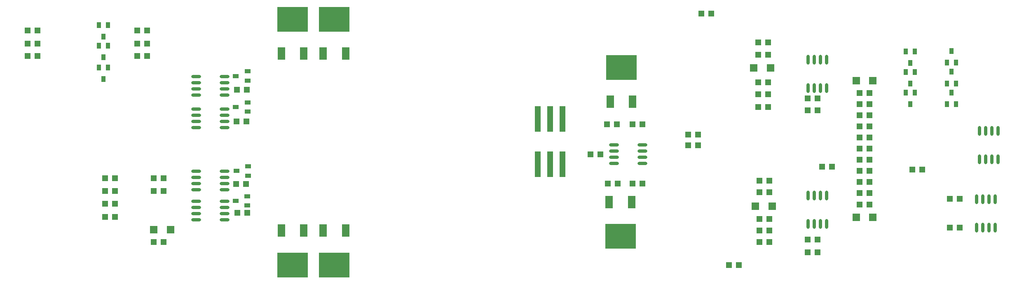
<source format=gtp>
G04 Layer_Color=8421504*
%FSLAX25Y25*%
%MOIN*%
G70*
G01*
G75*
%ADD11R,0.05000X0.21063*%
%ADD12R,0.05906X0.09843*%
%ADD13R,0.25000X0.20000*%
%ADD14O,0.08000X0.02400*%
%ADD15R,0.06000X0.06000*%
%ADD16R,0.05000X0.05000*%
%ADD17R,0.03800X0.04500*%
%ADD18O,0.02400X0.08000*%
%ADD19R,0.04500X0.03800*%
D11*
X470807Y96136D02*
D03*
X480807D02*
D03*
X490807D02*
D03*
X470807Y132776D02*
D03*
X480807D02*
D03*
X490807D02*
D03*
D12*
X281447Y42296D02*
D03*
X263337D02*
D03*
X281447Y185757D02*
D03*
X263337D02*
D03*
X297146D02*
D03*
X315256D02*
D03*
X546661Y65545D02*
D03*
X528551D02*
D03*
X529338Y146771D02*
D03*
X547448D02*
D03*
X315256Y42296D02*
D03*
X297146D02*
D03*
D13*
X272392Y14546D02*
D03*
X272392Y213507D02*
D03*
X306201D02*
D03*
X537606Y37795D02*
D03*
X538393Y174521D02*
D03*
X306201Y14546D02*
D03*
D14*
X217488Y140847D02*
D03*
Y135846D02*
D03*
Y130847D02*
D03*
X194488D02*
D03*
Y135846D02*
D03*
Y140847D02*
D03*
Y125847D02*
D03*
X217488D02*
D03*
Y166929D02*
D03*
Y161929D02*
D03*
Y156929D02*
D03*
X194488D02*
D03*
Y161929D02*
D03*
Y166929D02*
D03*
X217291Y90453D02*
D03*
Y85453D02*
D03*
Y80453D02*
D03*
X194291D02*
D03*
Y85453D02*
D03*
Y90453D02*
D03*
X217390Y66043D02*
D03*
Y61043D02*
D03*
Y56043D02*
D03*
X194390D02*
D03*
Y61043D02*
D03*
Y66043D02*
D03*
X194488Y151929D02*
D03*
X217488D02*
D03*
X194291Y75453D02*
D03*
X217291D02*
D03*
X194390Y51043D02*
D03*
X217390D02*
D03*
X532283Y111811D02*
D03*
Y106811D02*
D03*
Y101811D02*
D03*
Y96811D02*
D03*
X555283D02*
D03*
Y101811D02*
D03*
Y106811D02*
D03*
Y111811D02*
D03*
D15*
X160138Y43110D02*
D03*
X173638D02*
D03*
X728346Y163762D02*
D03*
X741846D02*
D03*
X660335Y61910D02*
D03*
X646835D02*
D03*
X659055Y174213D02*
D03*
X645555D02*
D03*
X741846Y53034D02*
D03*
X728346D02*
D03*
D16*
X120839Y53543D02*
D03*
X128839D02*
D03*
X120839Y63976D02*
D03*
X128839D02*
D03*
Y84842D02*
D03*
Y74410D02*
D03*
X120839D02*
D03*
X168138Y33071D02*
D03*
Y84842D02*
D03*
X160138D02*
D03*
X168138Y74508D02*
D03*
X781874Y91813D02*
D03*
X773874D02*
D03*
X731004Y99628D02*
D03*
X739004D02*
D03*
X650197Y73425D02*
D03*
X658197D02*
D03*
X648917Y194587D02*
D03*
X656917D02*
D03*
X658197Y42421D02*
D03*
X650197D02*
D03*
X657016Y142520D02*
D03*
X649016D02*
D03*
X708637Y94193D02*
D03*
X700637D02*
D03*
X146823Y204429D02*
D03*
X57953D02*
D03*
X804106Y68074D02*
D03*
X812106D02*
D03*
X804106Y44865D02*
D03*
X812106D02*
D03*
X527236Y80512D02*
D03*
X535236D02*
D03*
X547283D02*
D03*
X555283D02*
D03*
Y128347D02*
D03*
X547283D02*
D03*
X521457Y104232D02*
D03*
X739004Y63565D02*
D03*
Y153723D02*
D03*
X697173Y35039D02*
D03*
X689173D02*
D03*
X697173Y149508D02*
D03*
X689173D02*
D03*
X697173Y24803D02*
D03*
X689173D02*
D03*
X650197Y82677D02*
D03*
X658197D02*
D03*
X648917Y184843D02*
D03*
X656917D02*
D03*
X650197Y51772D02*
D03*
X658197D02*
D03*
X649016Y162402D02*
D03*
X657016D02*
D03*
Y152756D02*
D03*
X649016D02*
D03*
X658197Y32972D02*
D03*
X650197D02*
D03*
X154800Y183858D02*
D03*
X146800D02*
D03*
X146850Y193898D02*
D03*
X57953D02*
D03*
X65953Y183858D02*
D03*
X57953D02*
D03*
X611122Y218089D02*
D03*
X603122D02*
D03*
X592520Y120079D02*
D03*
X600520D02*
D03*
Y111417D02*
D03*
X592520D02*
D03*
X625406Y14567D02*
D03*
X633406D02*
D03*
X689173Y139862D02*
D03*
X697173D02*
D03*
X739004Y90613D02*
D03*
X731004D02*
D03*
Y81597D02*
D03*
X739004D02*
D03*
Y108644D02*
D03*
X731004Y153723D02*
D03*
Y63565D02*
D03*
Y135691D02*
D03*
X739004D02*
D03*
X731004Y72581D02*
D03*
X739004D02*
D03*
X731004Y144707D02*
D03*
X227756Y56595D02*
D03*
X235756D02*
D03*
X227236Y156398D02*
D03*
X235236D02*
D03*
X226842Y80118D02*
D03*
X234842D02*
D03*
X227138Y130807D02*
D03*
X235138D02*
D03*
X526772Y128347D02*
D03*
X534772D02*
D03*
X154823Y204429D02*
D03*
X65953D02*
D03*
X154850Y193898D02*
D03*
X160138Y33071D02*
D03*
Y74508D02*
D03*
X65953Y193898D02*
D03*
X120839Y84842D02*
D03*
X513457Y104232D02*
D03*
X731004Y108644D02*
D03*
X739004Y144707D02*
D03*
Y117660D02*
D03*
X731004D02*
D03*
X739004Y126675D02*
D03*
X731004D02*
D03*
D17*
X805355Y170916D02*
D03*
X809055Y161516D02*
D03*
X801655D02*
D03*
X775707Y154183D02*
D03*
X772007Y161467D02*
D03*
X805355Y154183D02*
D03*
X801655Y178248D02*
D03*
X772007Y144783D02*
D03*
X801655D02*
D03*
X805355Y187648D02*
D03*
X768307Y170867D02*
D03*
X775707D02*
D03*
X772106Y178150D02*
D03*
X768405Y187550D02*
D03*
X775806D02*
D03*
X809055Y178248D02*
D03*
X768307Y154183D02*
D03*
X809055Y144783D02*
D03*
X119405Y165157D02*
D03*
X115706Y174557D02*
D03*
X123106D02*
D03*
X119405Y182578D02*
D03*
X115706Y191978D02*
D03*
X123106D02*
D03*
X119405Y199360D02*
D03*
X115706Y208760D02*
D03*
X123106D02*
D03*
D18*
X840840Y44778D02*
D03*
X835840D02*
D03*
X830840D02*
D03*
X825840D02*
D03*
Y67778D02*
D03*
X830840D02*
D03*
X835840D02*
D03*
X840840D02*
D03*
X704293Y47662D02*
D03*
X699293D02*
D03*
X694293D02*
D03*
X689293D02*
D03*
Y70662D02*
D03*
X694293D02*
D03*
X699293D02*
D03*
X704293D02*
D03*
Y157807D02*
D03*
X699293D02*
D03*
X694293D02*
D03*
X689293D02*
D03*
Y180807D02*
D03*
X694293D02*
D03*
X699293D02*
D03*
X704293D02*
D03*
X843058Y123026D02*
D03*
X838058D02*
D03*
X833058D02*
D03*
X828058D02*
D03*
Y100026D02*
D03*
X833058D02*
D03*
X838058D02*
D03*
X843058D02*
D03*
D19*
X235925Y138761D02*
D03*
Y146161D02*
D03*
X226525Y142461D02*
D03*
X236417Y86891D02*
D03*
Y94291D02*
D03*
X227017Y90591D02*
D03*
X235728Y62777D02*
D03*
Y70177D02*
D03*
X226328Y66477D02*
D03*
X226525Y167560D02*
D03*
X235925Y171260D02*
D03*
Y163860D02*
D03*
M02*

</source>
